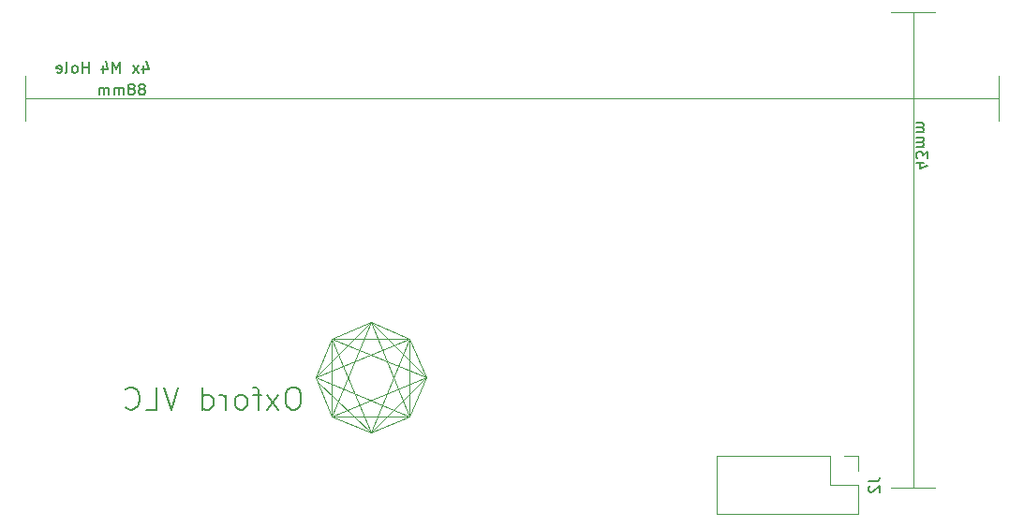
<source format=gbr>
G04 #@! TF.GenerationSoftware,KiCad,Pcbnew,5.1.6-c6e7f7d~87~ubuntu18.04.1*
G04 #@! TF.CreationDate,2021-01-06T14:43:31+00:00*
G04 #@! TF.ProjectId,multi-smtpa,6d756c74-692d-4736-9d74-70612e6b6963,rev?*
G04 #@! TF.SameCoordinates,Original*
G04 #@! TF.FileFunction,Legend,Bot*
G04 #@! TF.FilePolarity,Positive*
%FSLAX46Y46*%
G04 Gerber Fmt 4.6, Leading zero omitted, Abs format (unit mm)*
G04 Created by KiCad (PCBNEW 5.1.6-c6e7f7d~87~ubuntu18.04.1) date 2021-01-06 14:43:31*
%MOMM*%
%LPD*%
G01*
G04 APERTURE LIST*
%ADD10C,0.120000*%
%ADD11C,0.150000*%
G04 APERTURE END LIST*
D10*
X142250000Y-89000000D02*
X137250000Y-84000000D01*
X137250000Y-94000000D02*
X142250000Y-89000000D01*
X132500000Y-89500000D02*
X137250000Y-94000000D01*
X132250000Y-89000000D02*
X137250000Y-84000000D01*
D11*
X187214285Y-69619047D02*
X186547619Y-69619047D01*
X187595238Y-69857142D02*
X186880952Y-70095238D01*
X186880952Y-69476190D01*
X187547619Y-69190476D02*
X187547619Y-68571428D01*
X187166666Y-68904761D01*
X187166666Y-68761904D01*
X187119047Y-68666666D01*
X187071428Y-68619047D01*
X186976190Y-68571428D01*
X186738095Y-68571428D01*
X186642857Y-68619047D01*
X186595238Y-68666666D01*
X186547619Y-68761904D01*
X186547619Y-69047619D01*
X186595238Y-69142857D01*
X186642857Y-69190476D01*
X186547619Y-68142857D02*
X187214285Y-68142857D01*
X187119047Y-68142857D02*
X187166666Y-68095238D01*
X187214285Y-68000000D01*
X187214285Y-67857142D01*
X187166666Y-67761904D01*
X187071428Y-67714285D01*
X186547619Y-67714285D01*
X187071428Y-67714285D02*
X187166666Y-67666666D01*
X187214285Y-67571428D01*
X187214285Y-67428571D01*
X187166666Y-67333333D01*
X187071428Y-67285714D01*
X186547619Y-67285714D01*
X186547619Y-66809523D02*
X187214285Y-66809523D01*
X187119047Y-66809523D02*
X187166666Y-66761904D01*
X187214285Y-66666666D01*
X187214285Y-66523809D01*
X187166666Y-66428571D01*
X187071428Y-66380952D01*
X186547619Y-66380952D01*
X187071428Y-66380952D02*
X187166666Y-66333333D01*
X187214285Y-66238095D01*
X187214285Y-66095238D01*
X187166666Y-66000000D01*
X187071428Y-65952380D01*
X186547619Y-65952380D01*
D10*
X188250000Y-99000000D02*
X184250000Y-99000000D01*
X186250000Y-99000000D02*
X186250000Y-56000000D01*
X188250000Y-56000000D02*
X184250000Y-56000000D01*
X194000000Y-61750000D02*
X194000000Y-65750000D01*
D11*
X130428571Y-89904761D02*
X130047619Y-89904761D01*
X129857142Y-90000000D01*
X129666666Y-90190476D01*
X129571428Y-90571428D01*
X129571428Y-91238095D01*
X129666666Y-91619047D01*
X129857142Y-91809523D01*
X130047619Y-91904761D01*
X130428571Y-91904761D01*
X130619047Y-91809523D01*
X130809523Y-91619047D01*
X130904761Y-91238095D01*
X130904761Y-90571428D01*
X130809523Y-90190476D01*
X130619047Y-90000000D01*
X130428571Y-89904761D01*
X128904761Y-91904761D02*
X127857142Y-90571428D01*
X128904761Y-90571428D02*
X127857142Y-91904761D01*
X127380952Y-90571428D02*
X126619047Y-90571428D01*
X127095238Y-91904761D02*
X127095238Y-90190476D01*
X127000000Y-90000000D01*
X126809523Y-89904761D01*
X126619047Y-89904761D01*
X125666666Y-91904761D02*
X125857142Y-91809523D01*
X125952380Y-91714285D01*
X126047619Y-91523809D01*
X126047619Y-90952380D01*
X125952380Y-90761904D01*
X125857142Y-90666666D01*
X125666666Y-90571428D01*
X125380952Y-90571428D01*
X125190476Y-90666666D01*
X125095238Y-90761904D01*
X125000000Y-90952380D01*
X125000000Y-91523809D01*
X125095238Y-91714285D01*
X125190476Y-91809523D01*
X125380952Y-91904761D01*
X125666666Y-91904761D01*
X124142857Y-91904761D02*
X124142857Y-90571428D01*
X124142857Y-90952380D02*
X124047619Y-90761904D01*
X123952380Y-90666666D01*
X123761904Y-90571428D01*
X123571428Y-90571428D01*
X122047619Y-91904761D02*
X122047619Y-89904761D01*
X122047619Y-91809523D02*
X122238095Y-91904761D01*
X122619047Y-91904761D01*
X122809523Y-91809523D01*
X122904761Y-91714285D01*
X123000000Y-91523809D01*
X123000000Y-90952380D01*
X122904761Y-90761904D01*
X122809523Y-90666666D01*
X122619047Y-90571428D01*
X122238095Y-90571428D01*
X122047619Y-90666666D01*
X119857142Y-89904761D02*
X119190476Y-91904761D01*
X118523809Y-89904761D01*
X116904761Y-91904761D02*
X117857142Y-91904761D01*
X117857142Y-89904761D01*
X115095238Y-91714285D02*
X115190476Y-91809523D01*
X115476190Y-91904761D01*
X115666666Y-91904761D01*
X115952380Y-91809523D01*
X116142857Y-91619047D01*
X116238095Y-91428571D01*
X116333333Y-91047619D01*
X116333333Y-90761904D01*
X116238095Y-90380952D01*
X116142857Y-90190476D01*
X115952380Y-90000000D01*
X115666666Y-89904761D01*
X115476190Y-89904761D01*
X115190476Y-90000000D01*
X115095238Y-90095238D01*
D10*
X106000000Y-63750000D02*
X106500000Y-63750000D01*
D11*
X116690476Y-60785714D02*
X116690476Y-61452380D01*
X116928571Y-60404761D02*
X117166666Y-61119047D01*
X116547619Y-61119047D01*
X116261904Y-61452380D02*
X115738095Y-60785714D01*
X116261904Y-60785714D02*
X115738095Y-61452380D01*
X114595238Y-61452380D02*
X114595238Y-60452380D01*
X114261904Y-61166666D01*
X113928571Y-60452380D01*
X113928571Y-61452380D01*
X113023809Y-60785714D02*
X113023809Y-61452380D01*
X113261904Y-60404761D02*
X113500000Y-61119047D01*
X112880952Y-61119047D01*
X111738095Y-61452380D02*
X111738095Y-60452380D01*
X111738095Y-60928571D02*
X111166666Y-60928571D01*
X111166666Y-61452380D02*
X111166666Y-60452380D01*
X110547619Y-61452380D02*
X110642857Y-61404761D01*
X110690476Y-61357142D01*
X110738095Y-61261904D01*
X110738095Y-60976190D01*
X110690476Y-60880952D01*
X110642857Y-60833333D01*
X110547619Y-60785714D01*
X110404761Y-60785714D01*
X110309523Y-60833333D01*
X110261904Y-60880952D01*
X110214285Y-60976190D01*
X110214285Y-61261904D01*
X110261904Y-61357142D01*
X110309523Y-61404761D01*
X110404761Y-61452380D01*
X110547619Y-61452380D01*
X109642857Y-61452380D02*
X109738095Y-61404761D01*
X109785714Y-61309523D01*
X109785714Y-60452380D01*
X108880952Y-61404761D02*
X108976190Y-61452380D01*
X109166666Y-61452380D01*
X109261904Y-61404761D01*
X109309523Y-61309523D01*
X109309523Y-60928571D01*
X109261904Y-60833333D01*
X109166666Y-60785714D01*
X108976190Y-60785714D01*
X108880952Y-60833333D01*
X108833333Y-60928571D01*
X108833333Y-61023809D01*
X109309523Y-61119047D01*
X116654761Y-62880952D02*
X116750000Y-62833333D01*
X116797619Y-62785714D01*
X116845238Y-62690476D01*
X116845238Y-62642857D01*
X116797619Y-62547619D01*
X116750000Y-62500000D01*
X116654761Y-62452380D01*
X116464285Y-62452380D01*
X116369047Y-62500000D01*
X116321428Y-62547619D01*
X116273809Y-62642857D01*
X116273809Y-62690476D01*
X116321428Y-62785714D01*
X116369047Y-62833333D01*
X116464285Y-62880952D01*
X116654761Y-62880952D01*
X116750000Y-62928571D01*
X116797619Y-62976190D01*
X116845238Y-63071428D01*
X116845238Y-63261904D01*
X116797619Y-63357142D01*
X116750000Y-63404761D01*
X116654761Y-63452380D01*
X116464285Y-63452380D01*
X116369047Y-63404761D01*
X116321428Y-63357142D01*
X116273809Y-63261904D01*
X116273809Y-63071428D01*
X116321428Y-62976190D01*
X116369047Y-62928571D01*
X116464285Y-62880952D01*
X115702380Y-62880952D02*
X115797619Y-62833333D01*
X115845238Y-62785714D01*
X115892857Y-62690476D01*
X115892857Y-62642857D01*
X115845238Y-62547619D01*
X115797619Y-62500000D01*
X115702380Y-62452380D01*
X115511904Y-62452380D01*
X115416666Y-62500000D01*
X115369047Y-62547619D01*
X115321428Y-62642857D01*
X115321428Y-62690476D01*
X115369047Y-62785714D01*
X115416666Y-62833333D01*
X115511904Y-62880952D01*
X115702380Y-62880952D01*
X115797619Y-62928571D01*
X115845238Y-62976190D01*
X115892857Y-63071428D01*
X115892857Y-63261904D01*
X115845238Y-63357142D01*
X115797619Y-63404761D01*
X115702380Y-63452380D01*
X115511904Y-63452380D01*
X115416666Y-63404761D01*
X115369047Y-63357142D01*
X115321428Y-63261904D01*
X115321428Y-63071428D01*
X115369047Y-62976190D01*
X115416666Y-62928571D01*
X115511904Y-62880952D01*
X114892857Y-63452380D02*
X114892857Y-62785714D01*
X114892857Y-62880952D02*
X114845238Y-62833333D01*
X114750000Y-62785714D01*
X114607142Y-62785714D01*
X114511904Y-62833333D01*
X114464285Y-62928571D01*
X114464285Y-63452380D01*
X114464285Y-62928571D02*
X114416666Y-62833333D01*
X114321428Y-62785714D01*
X114178571Y-62785714D01*
X114083333Y-62833333D01*
X114035714Y-62928571D01*
X114035714Y-63452380D01*
X113559523Y-63452380D02*
X113559523Y-62785714D01*
X113559523Y-62880952D02*
X113511904Y-62833333D01*
X113416666Y-62785714D01*
X113273809Y-62785714D01*
X113178571Y-62833333D01*
X113130952Y-62928571D01*
X113130952Y-63452380D01*
X113130952Y-62928571D02*
X113083333Y-62833333D01*
X112988095Y-62785714D01*
X112845238Y-62785714D01*
X112750000Y-62833333D01*
X112702380Y-62928571D01*
X112702380Y-63452380D01*
D10*
X106500000Y-63750000D02*
X194000000Y-63750000D01*
X106000000Y-61750000D02*
X106000000Y-65750000D01*
X132250000Y-89000000D02*
X140750000Y-85500000D01*
X132250000Y-89000000D02*
X140750000Y-92500000D01*
X133750000Y-92500000D02*
X142250000Y-89000000D01*
X142250000Y-89000000D02*
X133750000Y-85500000D01*
X137250000Y-84000000D02*
X140750000Y-92500000D01*
X133750000Y-92500000D02*
X137250000Y-84000000D01*
X137250000Y-94000000D02*
X133750000Y-85500000D01*
X137250000Y-94000000D02*
X140750000Y-85500000D01*
X140750000Y-92500000D02*
X137250000Y-94000000D01*
X142250000Y-89000000D02*
X140750000Y-92500000D01*
X140750000Y-85500000D02*
X142250000Y-89000000D01*
X137250000Y-84000000D02*
X140750000Y-85500000D01*
X133750000Y-85500000D02*
X137250000Y-84000000D01*
X133750000Y-85500000D02*
X132250000Y-89000000D01*
X132250000Y-89000000D02*
X133750000Y-92500000D01*
X137250000Y-94000000D02*
X133750000Y-92500000D01*
X133750000Y-92500000D02*
X140750000Y-92500000D01*
X133750000Y-92500000D02*
X133750000Y-85500000D01*
X140750000Y-85500000D02*
X133750000Y-85500000D01*
X140750000Y-92500000D02*
X140750000Y-85500000D01*
X181330000Y-101330000D02*
X181330000Y-98730000D01*
X181330000Y-101330000D02*
X168510000Y-101330000D01*
X168510000Y-101330000D02*
X168510000Y-96130000D01*
X178730000Y-96130000D02*
X168510000Y-96130000D01*
X178730000Y-98730000D02*
X178730000Y-96130000D01*
X181330000Y-98730000D02*
X178730000Y-98730000D01*
X181330000Y-96130000D02*
X180000000Y-96130000D01*
X181330000Y-97460000D02*
X181330000Y-96130000D01*
D11*
X182222380Y-98396666D02*
X182936666Y-98396666D01*
X183079523Y-98349047D01*
X183174761Y-98253809D01*
X183222380Y-98110952D01*
X183222380Y-98015714D01*
X182317619Y-98825238D02*
X182270000Y-98872857D01*
X182222380Y-98968095D01*
X182222380Y-99206190D01*
X182270000Y-99301428D01*
X182317619Y-99349047D01*
X182412857Y-99396666D01*
X182508095Y-99396666D01*
X182650952Y-99349047D01*
X183222380Y-98777619D01*
X183222380Y-99396666D01*
M02*

</source>
